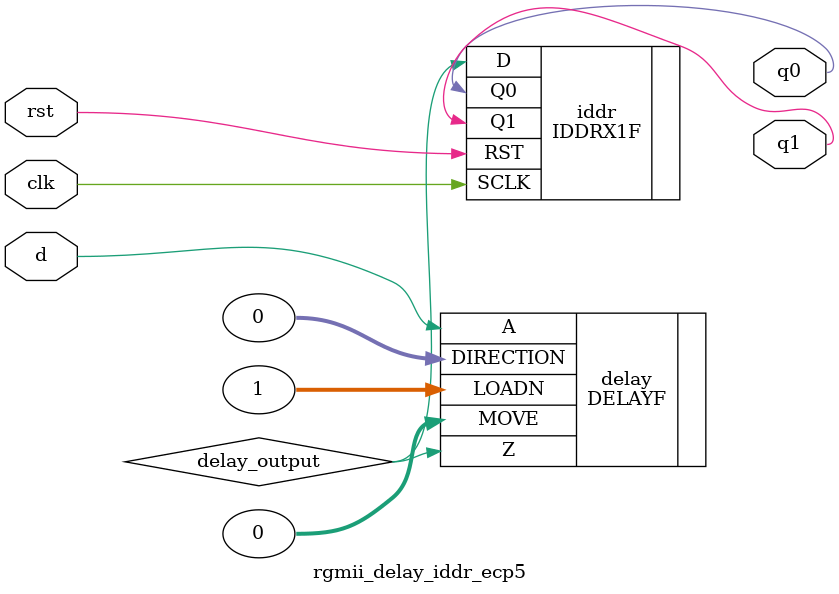
<source format=v>
`default_nettype none
module rgmii_rx_ecp5 (
    input pad_rx_clk, input pad_rx_ctl, input [3:0] pad_rx_dat,
    output clk, input rst,
    output reg valid, output reg error, output reg [7:0] data,
);
    wire rx_ctl; wire rx_err;
    wire [7:0] rx_dat;

    rgmii_delay_iddr_ecp5 delay_iddr_rx_ctl (
        .clk(pad_rx_clk), .rst(rst),
        .d(pad_rx_ctl),
        .q0(rx_ctl), .q1(rx_err),
    );

    rgmii_delay_iddr_ecp5 delay_iddr_rx_dat [0:3] (
        .clk(pad_rx_clk), .rst(rst),
        .d(pad_rx_dat),
        .q0(rx_dat[3:0]), .q1(rx_dat[7:4]),
    );

    assign clk = pad_rx_clk;

    always @ (posedge clk) if(rst) begin
        valid <= 0;
        error <= 0;
        data <= 0;
    end else begin
        valid <= rx_ctl;
        error <= ~rx_err;
        data <= rx_dat;
    end
endmodule

module rgmii_delay_iddr_ecp5 (
    input clk, input rst,
    input d, output q0, output q1
);
    wire delay_output;

    DELAYF #(
        .DEL_MODE("SCLK_ALIGNED"),
        .DEL_VALUE("DELAY80") // 2ns = 80 * 25ps
    ) delay (
        .A(d),
        .LOADN(1), .MOVE(0), .DIRECTION(0),
        .Z(delay_output)
    );

    IDDRX1F iddr (
        .SCLK(clk), .RST(rst),
        .D(delay_output),
        .Q0(q0), .Q1(q1)
    );
endmodule

</source>
